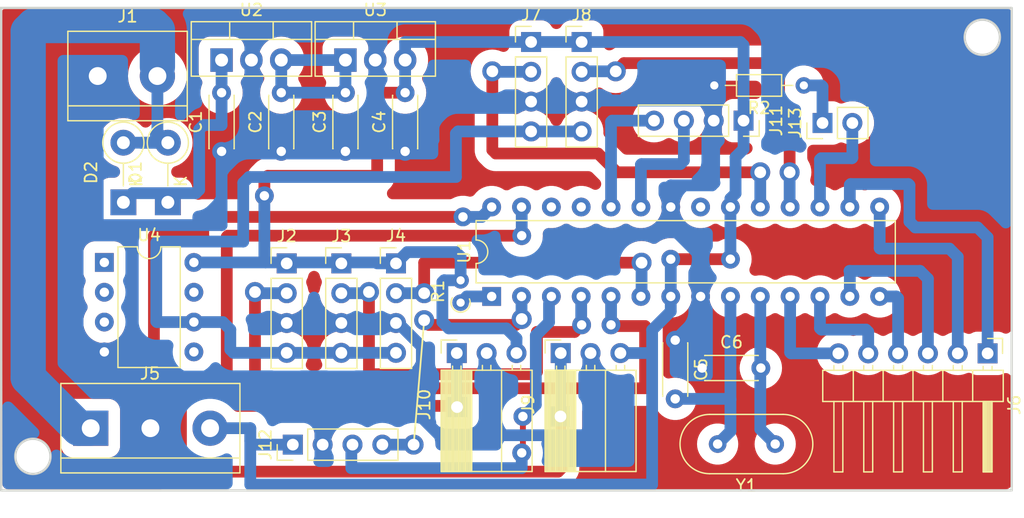
<source format=kicad_pcb>
(kicad_pcb (version 20221018) (generator pcbnew)
  (layers (0 "F.Cu" signal) (31 "B.Cu" signal) (34 "B.Paste" user) (35 "F.Paste" user) (36 "B.SilkS" user "B.Silkscreen") (37 "F.SilkS" user "F.Silkscreen") (38 "B.Mask" user) (39 "F.Mask" user) (44 "Edge.Cuts" user))
  (net 0 "")
  (net 4 "GND")
  (net 5 "Net-(D1-K)")
  (net 6 "Net-(U2-VO)")
  (net 7 "+5V")
  (net 8 "+12V")
  (net 9 "RESET")
  (net 10 "Net-(U1-XTAL1{slash}PB6)")
  (net 11 "Net-(U1-XTAL2{slash}PB7)")
  (net 16 "38KHZ")
  (net 18 "PD2")
  (net 19 "PD4")
  (net 20 "PD3")
  (net 21 "ENA")
  (net 22 "IN1")
  (net 23 "IN2")
  (net 24 "IN3")
  (net 25 "IN4")
  (net 26 "ENB")
  (net 27 "PB5")
  (net 28 "PB4")
  (net 29 "CNY70_DERECHA")
  (net 30 "CNY70_IZQUIERDA")
  (net 31 "TX")
  (net 32 "RX")
  (net 33 "PD0")
  (net 34 "PD1")
  (net 35 "Net-(J13-Pin_1)")
  (net 36 "PB3")
  (footprint "" (layer "F.Cu") (at 118.4 93.1)
    (fp_text reference "" (at 0 0) (layer "F.SilkS") (effects (font (size 1.27 1.27))))
    (fp_text value "" (at 0 0) (layer "F.SilkS") (effects (font (size 1.27 1.27))))
    (pad "4" thru_hole oval (at 0 0 90) (size 1.6 1.6) (drill 0.8) (layers "*.Cu" "*.Mask") (net 18 "PD2"))
  )
  (footprint "Connector_PinSocket_2.54mm:PinSocket_1x03_P2.54mm_Horizontal" (layer "F.Cu") (at 116.62 95.5 90)
    (fp_text reference "J9" (at -4.38 -2.77 90) (layer "F.SilkS"))
    (fp_text value "Conn_01x03_Female")
    (pad "1" thru_hole rect (at 0 0 90) (size 1.7 1.7) (drill 1) (layers "*.Cu" "*.Mask") (net 29 "CNY70_DERECHA"))
    (pad "2" thru_hole oval (at 0 2.54 90) (size 1.7 1.7) (drill 1) (layers "*.Cu" "*.Mask") (net 4 "GND"))
    (pad "3" thru_hole oval (at 0 5.08 90) (size 1.7 1.7) (drill 1) (layers "*.Cu" "*.Mask") (net 7 "+5V"))
  )
  (footprint "TerminalBlock:TerminalBlock_bornier-3_P5.08mm" (layer "F.Cu") (at 76.62 101.9)
    (fp_text reference "J5" (at 5.05 -4.65) (layer "F.SilkS"))
    (fp_text value "Screw_Terminal_01x03")
    (pad "1" thru_hole rect (at 0 0) (size 3 3) (drill 1.52) (layers "*.Cu" "*.Mask") (net 8 "+12V"))
    (pad "2" thru_hole circle (at 5.08 0) (size 3 3) (drill 1.52) (layers "*.Cu" "*.Mask") (net 4 "GND"))
    (pad "3" thru_hole circle (at 10.16 0) (size 3 3) (drill 1.52) (layers "*.Cu" "*.Mask") (net 7 "+5V"))
  )
  (footprint "" (layer "F.Cu") (at 120.9 93.1)
    (fp_text reference "" (at 0 0) (layer "F.SilkS") (effects (font (size 1.27 1.27))))
    (fp_text value "" (at 0 0) (layer "F.SilkS") (effects (font (size 1.27 1.27))))
    (pad "5" thru_hole oval (at 0 0 90) (size 1.6 1.6) (drill 0.8) (layers "*.Cu" "*.Mask") (net 20 "PD3"))
  )
  (footprint "" (layer "F.Cu") (at 123.5 87.8)
    (fp_text reference "" (at 0 0) (layer "F.SilkS") (effects (font (size 1.27 1.27))))
    (fp_text value "" (at 0 0) (layer "F.SilkS") (effects (font (size 1.27 1.27))))
    (pad "2" thru_hole oval (at 0 0) (size 1.7 1.7) (drill 1) (layers "*.Cu" "*.Mask") (net 19 "PD4"))
  )
  (footprint "" (layer "F.Cu") (at 105 92.7)
    (fp_text reference "" (at 0 0) (layer "F.SilkS") (effects (font (size 1.27 1.27))))
    (fp_text value "" (at 0 0) (layer "F.SilkS") (effects (font (size 1.27 1.27))))
    (pad "4" thru_hole oval (at 0 0 90) (size 1.7 1.7) (drill 1) (layers "*.Cu" "*.Mask") (net 33 "PD0"))
  )
  (footprint "Capacitor_THT:C_Disc_D4.3mm_W1.9mm_P5.00mm" (layer "F.Cu") (at 98.298 78.319 90)
    (fp_text reference "C3" (at 2.5 -2.2 90) (layer "F.SilkS"))
    (fp_text value "0.22uF")
    (pad "1" thru_hole circle (at 0 0 90) (size 1.6 1.6) (drill 0.8) (layers "*.Cu" "*.Mask") (net 4 "GND"))
    (pad "2" thru_hole circle (at 5 0 90) (size 1.6 1.6) (drill 0.8) (layers "*.Cu" "*.Mask") (net 6 "Net-(U2-VO)"))
  )
  (footprint "Connector_PinHeader_2.54mm:PinHeader_1x04_P2.54mm_Vertical" (layer "F.Cu") (at 118.4 69)
    (fp_text reference "J8" (at 0 -2.33) (layer "F.SilkS"))
    (fp_text value "Conn_01x04_Male")
    (pad "1" thru_hole rect (at 0 0) (size 1.7 1.7) (drill 1) (layers "*.Cu" "*.Mask") (net 7 "+5V"))
    (pad "2" thru_hole oval (at 0 2.54) (size 1.7 1.7) (drill 1) (layers "*.Cu" "*.Mask") (net 28 "PB4"))
    (pad "3" thru_hole oval (at 0 5.08) (size 1.7 1.7) (drill 1) (layers "*.Cu" "*.Mask") (net 4 "GND"))
    (pad "4" thru_hole oval (at 0 7.62) (size 1.7 1.7) (drill 1) (layers "*.Cu" "*.Mask") (net 16 "38KHZ"))
  )
  (footprint "" (layer "F.Cu") (at 113.4 100.9)
    (fp_text reference "" (at 0 0) (layer "F.SilkS") (effects (font (size 1.27 1.27))))
    (fp_text value "" (at 0 0) (layer "F.SilkS") (effects (font (size 1.27 1.27))))
    (pad "3" thru_hole oval (at 0 0 90) (size 1.6 1.6) (drill 0.8) (layers "*.Cu" "*.Mask") (net 34 "PD1"))
  )
  (footprint "" (layer "F.Cu") (at 90.6 90.3)
    (fp_text reference "" (at 0 0) (layer "F.SilkS") (effects (font (size 1.27 1.27))))
    (fp_text value "" (at 0 0) (layer "F.SilkS") (effects (font (size 1.27 1.27))))
    (pad "2" thru_hole oval (at 0 0) (size 1.7 1.7) (drill 1) (layers "*.Cu" "*.Mask") (net 20 "PD3"))
  )
  (footprint "" (layer "F.Cu") (at 108.3 83.9)
    (fp_text reference "" (at 0 0) (layer "F.SilkS") (effects (font (size 1.27 1.27))))
    (fp_text value "" (at 0 0) (layer "F.SilkS") (effects (font (size 1.27 1.27))))
    (pad "28" thru_hole oval (at 0 0 90) (size 1.6 1.6) (drill 0.8) (layers "*.Cu" "*.Mask") (net 29 "CNY70_DERECHA"))
  )
  (footprint "Connector_PinHeader_2.54mm:PinHeader_1x04_P2.54mm_Vertical" (layer "F.Cu") (at 93.3 87.86)
    (fp_text reference "J2" (at 0 -2.33) (layer "F.SilkS"))
    (fp_text value "Conn_01x04_Male")
    (pad "1" thru_hole rect (at 0 0) (size 1.7 1.7) (drill 1) (layers "*.Cu" "*.Mask") (net 7 "+5V"))
    (pad "2" thru_hole oval (at 0 2.54) (size 1.7 1.7) (drill 1) (layers "*.Cu" "*.Mask") (net 20 "PD3"))
    (pad "3" thru_hole oval (at 0 5.08) (size 1.7 1.7) (drill 1) (layers "*.Cu" "*.Mask") (net 4 "GND"))
    (pad "4" thru_hole oval (at 0 7.62) (size 1.7 1.7) (drill 1) (layers "*.Cu" "*.Mask") (net 16 "38KHZ"))
  )
  (footprint "Connector_PinHeader_2.54mm:PinHeader_1x04_P2.54mm_Vertical" (layer "F.Cu") (at 102.6 87.86)
    (fp_text reference "J4" (at 0 -2.36) (layer "F.SilkS"))
    (fp_text value "Conn_01x04_Male")
    (pad "1" thru_hole rect (at 0 0) (size 1.7 1.7) (drill 1) (layers "*.Cu" "*.Mask") (net 7 "+5V"))
    (pad "2" thru_hole oval (at 0 2.54) (size 1.7 1.7) (drill 1) (layers "*.Cu" "*.Mask") (net 19 "PD4"))
    (pad "3" thru_hole oval (at 0 5.08) (size 1.7 1.7) (drill 1) (layers "*.Cu" "*.Mask") (net 4 "GND"))
    (pad "4" thru_hole oval (at 0 7.62) (size 1.7 1.7) (drill 1) (layers "*.Cu" "*.Mask") (net 16 "38KHZ"))
  )
  (footprint "" (layer "F.Cu") (at 133.6 80.1)
    (fp_text reference "" (at 0 0) (layer "F.SilkS") (effects (font (size 1.27 1.27))))
    (fp_text value "" (at 0 0) (layer "F.SilkS") (effects (font (size 1.27 1.27))))
    (pad "2" thru_hole oval (at 0 0) (size 1.7 1.7) (drill 1) (layers "*.Cu" "*.Mask") (net 27 "PB5"))
  )
  (footprint "Resistor_THT:R_Axial_DIN0204_L3.6mm_D1.6mm_P1.90mm_Vertical" (layer "F.Cu") (at 108.1 91.205 90)
    (fp_text reference "R1" (at 0.95 -1.92 90) (layer "F.SilkS"))
    (fp_text value "10k")
    (pad "1" thru_hole circle (at 0 0 90) (size 1.4 1.4) (drill 0.7) (layers "*.Cu" "*.Mask") (net 9 "RESET"))
    (pad "2" thru_hole oval (at 1.9 0 90) (size 1.4 1.4) (drill 0.7) (layers "*.Cu" "*.Mask") (net 7 "+5V"))
  )
  (footprint "Capacitor_THT:C_Disc_D4.3mm_W1.9mm_P5.00mm" (layer "F.Cu") (at 87.757 78.319 90)
    (fp_text reference "C1" (at 2.5 -2.2 90) (layer "F.SilkS"))
    (fp_text value "0.22uF")
    (pad "1" thru_hole circle (at 0 0 90) (size 1.6 1.6) (drill 0.8) (layers "*.Cu" "*.Mask") (net 4 "GND"))
    (pad "2" thru_hole circle (at 5 0 90) (size 1.6 1.6) (drill 0.8) (layers "*.Cu" "*.Mask") (net 5 "Net-(D1-K)"))
  )
  (footprint "Capacitor_THT:C_Disc_D4.3mm_W1.9mm_P5.00mm" (layer "F.Cu") (at 92.837 78.319 90)
    (fp_text reference "C2" (at 2.5 -2.2 90) (layer "F.SilkS"))
    (fp_text value "0.1uF")
    (pad "1" thru_hole circle (at 0 0 90) (size 1.6 1.6) (drill 0.8) (layers "*.Cu" "*.Mask") (net 4 "GND"))
    (pad "2" thru_hole circle (at 5 0 90) (size 1.6 1.6) (drill 0.8) (layers "*.Cu" "*.Mask") (net 6 "Net-(U2-VO)"))
  )
  (footprint "Package_DIP:DIP-8_W7.62mm" (layer "F.Cu") (at 77.78 87.78)
    (fp_text reference "U4" (at 3.81 -2.33) (layer "F.SilkS"))
    (fp_text value "ATtiny85-20P")
    (pad "1" thru_hole rect (at 0 0) (size 1.6 1.6) (drill 0.8) (layers "*.Cu" "*.Mask"))
    (pad "2" thru_hole oval (at 0 2.54) (size 1.6 1.6) (drill 0.8) (layers "*.Cu" "*.Mask"))
    (pad "3" thru_hole oval (at 0 5.08) (size 1.6 1.6) (drill 0.8) (layers "*.Cu" "*.Mask"))
    (pad "4" thru_hole oval (at 0 7.62) (size 1.6 1.6) (drill 0.8) (layers "*.Cu" "*.Mask") (net 4 "GND"))
    (pad "5" thru_hole oval (at 7.62 7.62) (size 1.6 1.6) (drill 0.8) (layers "*.Cu" "*.Mask"))
    (pad "6" thru_hole oval (at 7.62 5.08) (size 1.6 1.6) (drill 0.8) (layers "*.Cu" "*.Mask") (net 16 "38KHZ"))
    (pad "7" thru_hole oval (at 7.62 2.54) (size 1.6 1.6) (drill 0.8) (layers "*.Cu" "*.Mask"))
    (pad "8" thru_hole oval (at 7.62 0) (size 1.6 1.6) (drill 0.8) (layers "*.Cu" "*.Mask") (net 7 "+5V"))
  )
  (footprint "" (layer "F.Cu") (at 107.8 100.1)
    (fp_text reference "" (at 0 0) (layer "F.SilkS") (effects (font (size 1.27 1.27))))
    (fp_text value "" (at 0 0) (layer "F.SilkS") (effects (font (size 1.27 1.27))))
    (pad "1" thru_hole rect (at 0 0 90) (size 1.7 1.7) (drill 1) (layers "*.Cu" "*.Mask") (net 30 "CNY70_IZQUIERDA"))
  )
  (footprint "" (layer "F.Cu") (at 104.1 103.3)
    (fp_text reference "" (at 0 0) (layer "F.SilkS") (effects (font (size 1.27 1.27))))
    (fp_text value "" (at 0 0) (layer "F.SilkS") (effects (font (size 1.27 1.27))))
    (pad "4" thru_hole oval (at 0 0 90) (size 1.7 1.7) (drill 1) (layers "*.Cu" "*.Mask") (net 33 "PD0"))
  )
  (footprint "" (layer "F.Cu") (at 113.3 104)
    (fp_text reference "" (at 0 0) (layer "F.SilkS") (effects (font (size 1.27 1.27))))
    (fp_text value "" (at 0 0) (layer "F.SilkS") (effects (font (size 1.27 1.27))))
    (pad "3" thru_hole oval (at 0 0 90) (size 1.6 1.6) (drill 0.8) (layers "*.Cu" "*.Mask") (net 34 "PD1"))
  )
  (footprint "Connector_PinHeader_2.54mm:PinHeader_1x04_P2.54mm_Vertical" (layer "F.Cu") (at 93.82 103.3 90)
    (fp_text reference "J12" (at 0 -2.33 90) (layer "F.SilkS"))
    (fp_text value "Conn_01x04_Pin")
    (pad "1" thru_hole rect (at 0 0 90) (size 1.7 1.7) (drill 1) (layers "*.Cu" "*.Mask") (net 7 "+5V"))
    (pad "2" thru_hole oval (at 0 2.54 90) (size 1.7 1.7) (drill 1) (layers "*.Cu" "*.Mask") (net 4 "GND"))
    (pad "3" thru_hole oval (at 0 5.08 90) (size 1.7 1.7) (drill 1) (layers "*.Cu" "*.Mask") (net 34 "PD1"))
    (pad "4" thru_hole oval (at 0 7.62 90) (size 1.7 1.7) (drill 1) (layers "*.Cu" "*.Mask") (net 33 "PD0"))
  )
  (footprint "Capacitor_THT:C_Disc_D4.3mm_W1.9mm_P5.00mm" (layer "F.Cu") (at 103.378 78.319 90)
    (fp_text reference "C4" (at 2.5 -2.2 90) (layer "F.SilkS"))
    (fp_text value "0.1uF")
    (pad "1" thru_hole circle (at 0 0 90) (size 1.6 1.6) (drill 0.8) (layers "*.Cu" "*.Mask") (net 4 "GND"))
    (pad "2" thru_hole circle (at 5 0 90) (size 1.6 1.6) (drill 0.8) (layers "*.Cu" "*.Mask") (net 7 "+5V"))
  )
  (footprint "Resistor_THT:R_Axial_DIN0204_L3.6mm_D1.6mm_P7.62mm_Horizontal" (layer "F.Cu") (at 137.31 72.7 180)
    (fp_text reference "R2" (at 3.81 -1.92) (layer "F.SilkS"))
    (fp_text value "220")
    (pad "1" thru_hole circle (at 0 0 180) (size 1.4 1.4) (drill 0.7) (layers "*.Cu" "*.Mask") (net 35 "Net-(J13-Pin_1)"))
    (pad "2" thru_hole oval (at 7.62 0 180) (size 1.4 1.4) (drill 0.7) (layers "*.Cu" "*.Mask") (net 4 "GND"))
  )
  (footprint "" (layer "F.Cu") (at 125.984 87.503)
    (fp_text reference "" (at 0 0) (layer "F.SilkS") (effects (font (size 1.27 1.27))))
    (fp_text value "" (at 0 0) (layer "F.SilkS") (effects (font (size 1.27 1.27))))
    (pad "7" thru_hole oval (at 0 0 90) (size 1.6 1.6) (drill 0.8) (layers "*.Cu" "*.Mask") (net 7 "+5V"))
  )
  (footprint "Capacitor_THT:C_Disc_D4.3mm_W1.9mm_P5.00mm" (layer "F.Cu") (at 126.365 94.401 -90)
    (fp_text reference "C5" (at 2.5 -2.2 90) (layer "F.SilkS"))
    (fp_text value "0.22uF")
    (pad "1" thru_hole circle (at 0 0 270) (size 1.6 1.6) (drill 0.8) (layers "*.Cu" "*.Mask") (net 4 "GND"))
    (pad "2" thru_hole circle (at 5 0 270) (size 1.6 1.6) (drill 0.8) (layers "*.Cu" "*.Mask") (net 10 "Net-(U1-XTAL1{slash}PB6)"))
  )
  (footprint "Package_TO_SOT_THT:TO-220-3_Vertical" (layer "F.Cu") (at 98.298 70.541)
    (fp_text reference "U3" (at 2.54 -4.27) (layer "F.SilkS"))
    (fp_text value "LM7805_TO220")
    (pad "1" thru_hole rect (at 0 0) (size 1.905 2) (drill 1.1) (layers "*.Cu" "*.Mask") (net 6 "Net-(U2-VO)"))
    (pad "2" thru_hole oval (at 2.54 0) (size 1.905 2) (drill 1.1) (layers "*.Cu" "*.Mask") (net 4 "GND"))
    (pad "3" thru_hole oval (at 5.08 0) (size 1.905 2) (drill 1.1) (layers "*.Cu" "*.Mask") (net 7 "+5V"))
  )
  (footprint "" (layer "F.Cu") (at 121.3 71.5)
    (fp_text reference "" (at 0 0) (layer "F.SilkS") (effects (font (size 1.27 1.27))))
    (fp_text value "" (at 0 0) (layer "F.SilkS") (effects (font (size 1.27 1.27))))
    (pad "2" thru_hole oval (at 0 0) (size 1.7 1.7) (drill 1) (layers "*.Cu" "*.Mask") (net 28 "PB4"))
  )
  (footprint "Connector_PinSocket_2.54mm:PinSocket_1x03_P2.54mm_Horizontal" (layer "F.Cu") (at 107.775 95.5 90)
    (fp_text reference "J10" (at -4.38 -2.77 90) (layer "F.SilkS"))
    (fp_text value "Conn_01x03_Female")
    (pad "1" thru_hole rect (at 0 0 90) (size 1.7 1.7) (drill 1) (layers "*.Cu" "*.Mask") (net 30 "CNY70_IZQUIERDA"))
    (pad "2" thru_hole oval (at 0 2.54 90) (size 1.7 1.7) (drill 1) (layers "*.Cu" "*.Mask") (net 4 "GND"))
    (pad "3" thru_hole oval (at 0 5.08 90) (size 1.7 1.7) (drill 1) (layers "*.Cu" "*.Mask") (net 7 "+5V"))
  )
  (footprint "" (layer "F.Cu") (at 110.8 71.5)
    (fp_text reference "" (at 0 0) (layer "F.SilkS") (effects (font (size 1.27 1.27))))
    (fp_text value "" (at 0 0) (layer "F.SilkS") (effects (font (size 1.27 1.27))))
    (pad "2" thru_hole oval (at 0 0) (size 1.7 1.7) (drill 1) (layers "*.Cu" "*.Mask") (net 27 "PB5"))
  )
  (footprint "Package_TO_SOT_THT:TO-220-3_Vertical" (layer "F.Cu") (at 87.757 70.541)
    (fp_text reference "U2" (at 2.54 -4.27) (layer "F.SilkS"))
    (fp_text value "LM7809_TO220")
    (pad "1" thru_hole rect (at 0 0) (size 1.905 2) (drill 1.1) (layers "*.Cu" "*.Mask") (net 5 "Net-(D1-K)"))
    (pad "2" thru_hole oval (at 2.54 0) (size 1.905 2) (drill 1.1) (layers "*.Cu" "*.Mask") (net 4 "GND"))
    (pad "3" thru_hole oval (at 5.08 0) (size 1.905 2) (drill 1.1) (layers "*.Cu" "*.Mask") (net 6 "Net-(U2-VO)"))
  )
  (footprint "TerminalBlock:TerminalBlock_bornier-2_P5.08mm" (layer "F.Cu") (at 77.216 71.9)
    (fp_text reference "J1" (at 2.54 -5.08) (layer "F.SilkS"))
    (fp_text value "Screw_Terminal_01x02")
    (pad "1" thru_hole rect (at 0 0) (size 3 3) (drill 1.52) (layers "*.Cu" "*.Mask") (net 4 "GND"))
    (pad "2" thru_hole circle (at 5.08 0) (size 3 3) (drill 1.52) (layers "*.Cu" "*.Mask") (net 8 "+12V"))
  )
  (footprint "Connector_PinHeader_2.54mm:PinHeader_1x06_P2.54mm_Horizontal" (layer "F.Cu") (at 152.95 95.525 -90)
    (fp_text reference "J6" (at 4.385 -2.27 90) (layer "F.SilkS"))
    (fp_text value "Conn_01x06_Pin")
    (pad "1" thru_hole rect (at 0 0 270) (size 1.7 1.7) (drill 1) (layers "*.Cu" "*.Mask") (net 26 "ENB"))
    (pad "2" thru_hole oval (at 0 2.54 270) (size 1.7 1.7) (drill 1) (layers "*.Cu" "*.Mask") (net 25 "IN4"))
    (pad "3" thru_hole oval (at 0 5.08 270) (size 1.7 1.7) (drill 1) (layers "*.Cu" "*.Mask") (net 24 "IN3"))
    (pad "4" thru_hole oval (at 0 7.62 270) (size 1.7 1.7) (drill 1) (layers "*.Cu" "*.Mask") (net 23 "IN2"))
    (pad "5" thru_hole oval (at 0 10.16 270) (size 1.7 1.7) (drill 1) (layers "*.Cu" "*.Mask") (net 22 "IN1"))
    (pad "6" thru_hole oval (at 0 12.7 270) (size 1.7 1.7) (drill 1) (layers "*.Cu" "*.Mask") (net 21 "ENA"))
  )
  (footprint "Crystal:Crystal_HC18-U_Vertical" (layer "F.Cu") (at 134.874 103.251 180)
    (fp_text reference "Y1" (at 2.45 -3.525) (layer "F.SilkS"))
    (fp_text value "Crystal")
    (pad "1" thru_hole circle (at 0 0 180) (size 1.5 1.5) (drill 0.8) (layers "*.Cu" "*.Mask") (net 11 "Net-(U1-XTAL2{slash}PB7)"))
    (pad "2" thru_hole circle (at 4.9 0 180) (size 1.5 1.5) (drill 0.8) (layers "*.Cu" "*.Mask") (net 10 "Net-(U1-XTAL1{slash}PB6)"))
  )
  (footprint "" (layer "F.Cu") (at 113.3 92.6)
    (fp_text reference "" (at 0 0) (layer "F.SilkS") (effects (font (size 1.27 1.27))))
    (fp_text value "" (at 0 0) (layer "F.SilkS") (effects (font (size 1.27 1.27))))
    (pad "4" thru_hole oval (at 0 0 90) (size 1.7 1.7) (drill 1) (layers "*.Cu" "*.Mask") (net 33 "PD0"))
  )
  (footprint "" (layer "F.Cu") (at 131.064 87.503)
    (fp_text reference "" (at 0 0) (layer "F.SilkS") (effects (font (size 1.27 1.27))))
    (fp_text value "" (at 0 0) (layer "F.SilkS") (effects (font (size 1.27 1.27))))
    (pad "7" thru_hole oval (at 0 0 90) (size 1.6 1.6) (drill 0.8) (layers "*.Cu" "*.Mask") (net 7 "+5V"))
  )
  (footprint "" (layer "F.Cu") (at 116.6 100.9)
    (fp_text reference "" (at 0 0) (layer "F.SilkS") (effects (font (size 1.27 1.27))))
    (fp_text value "" (at 0 0) (layer "F.SilkS") (effects (font (size 1.27 1.27))))
    (pad "1" thru_hole rect (at 0 0 90) (size 1.7 1.7) (drill 1) (layers "*.Cu" "*.Mask") (net 29 "CNY70_DERECHA"))
  )
  (footprint "Diode_THT:D_DO-41_SOD81_P5.08mm_Vertical_KathodeUp" (layer "F.Cu") (at 83.185 82.657818 90)
    (fp_text reference "D1" (at 2.54 -2.750635 90) (layer "F.SilkS"))
    (fp_text value "1N4007")
    (fp_text user "K" (at 1.8 1.1 90) (layer "F.SilkS"))
    (pad "1" thru_hole rect (at 0 0 90) (size 2.2 2.2) (drill 1.1) (layers "*.Cu" "*.Mask") (net 5 "Net-(D1-K)"))
    (pad "2" thru_hole oval (at 5.08 0 90) (size 2.2 2.2) (drill 1.1) (layers "*.Cu" "*.Mask") (net 8 "+12V"))
  )
  (footprint "Diode_THT:D_DO-41_SOD81_P5.08mm_Vertical_KathodeUp" (layer "F.Cu") (at 79.4 82.657818 90)
    (fp_text reference "D2" (at 2.54 -2.750635 90) (layer "F.SilkS"))
    (fp_text value "1N4007")
    (fp_text user "K" (at 1.8 1.1 90) (layer "F.SilkS"))
    (pad "1" thru_hole rect (at 0 0 90) (size 2.2 2.2) (drill 1.1) (layers "*.Cu" "*.Mask") (net 5 "Net-(D1-K)"))
    (pad "2" thru_hole oval (at 5.08 0 90) (size 2.2 2.2) (drill 1.1) (layers "*.Cu" "*.Mask") (net 8 "+12V"))
  )
  (footprint "Connector_PinHeader_2.54mm:PinHeader_1x04_P2.54mm_Vertical" (layer "F.Cu") (at 97.95 87.86)
    (fp_text reference "J3" (at 0 -2.33) (layer "F.SilkS"))
    (fp_text value "Conn_01x04_Male")
    (pad "1" thru_hole rect (at 0 0) (size 1.7 1.7) (drill 1) (layers "*.Cu" "*.Mask") (net 7 "+5V"))
    (pad "2" thru_hole oval (at 0 2.54) (size 1.7 1.7) (drill 1) (layers "*.Cu" "*.Mask") (net 18 "PD2"))
    (pad "3" thru_hole oval (at 0 5.08) (size 1.7 1.7) (drill 1) (layers "*.Cu" "*.Mask") (net 4 "GND"))
    (pad "4" thru_hole oval (at 0 7.62) (size 1.7 1.7) (drill 1) (layers "*.Cu" "*.Mask") (net 16 "38KHZ"))
  )
  (footprint "" (layer "F.Cu") (at 100.3 90.3)
    (fp_text reference "" (at 0 0) (layer "F.SilkS") (effects (font (size 1.27 1.27))))
    (fp_text value "" (at 0 0) (layer "F.SilkS") (effects (font (size 1.27 1.27))))
    (pad "2" thru_hole oval (at 0 0) (size 1.7 1.7) (drill 1) (layers "*.Cu" "*.Mask") (net 18 "PD2"))
  )
  (footprint "" (layer "F.Cu") (at 91.4 82.1)
    (fp_text reference "" (at 0 0) (layer "F.SilkS") (effects (font (size 1.27 1.27))))
    (fp_text value "" (at 0 0) (layer "F.SilkS") (effects (font (size 1.27 1.27))))
    (pad "7" thru_hole oval (at 0 0 90) (size 1.6 1.6) (drill 0.8) (layers "*.Cu" "*.Mask") (net 7 "+5V"))
  )
  (footprint "" (layer "F.Cu") (at 136.1 80.1)
    (fp_text reference "" (at 0 0) (layer "F.SilkS") (effects (font (size 1.27 1.27))))
    (fp_text value "" (at 0 0) (layer "F.SilkS") (effects (font (size 1.27 1.27))))
    (pad "2" thru_hole oval (at 0 0) (size 1.7 1.7) (drill 1) (layers "*.Cu" "*.Mask") (net 28 "PB4"))
  )
  (footprint "Connector_PinSocket_2.54mm:PinSocket_1x04_P2.54mm_Vertical" (layer "F.Cu") (at 132.18 75.7 -90)
    (fp_text reference "J11" (at 0 -2.77 -90) (layer "F.SilkS"))
    (fp_text value "Conn_01x04_Male")
    (pad "1" thru_hole rect (at 0 0 270) (size 1.7 1.7) (drill 1) (layers "*.Cu" "*.Mask") (net 7 "+5V"))
    (pad "2" thru_hole oval (at 0 2.54 270) (size 1.7 1.7) (drill 1) (layers "*.Cu" "*.Mask") (net 4 "GND"))
    (pad "3" thru_hole oval (at 0 5.08 270) (size 1.7 1.7) (drill 1) (layers "*.Cu" "*.Mask") (net 31 "TX"))
    (pad "4" thru_hole oval (at 0 7.62 270) (size 1.7 1.7) (drill 1) (layers "*.Cu" "*.Mask") (net 32 "RX"))
  )
  (footprint "Connector_PinHeader_2.54mm:PinHeader_1x02_P2.54mm_Vertical" (layer "F.Cu") (at 138.9 75.9 90)
    (fp_text reference "J13" (at 0 -2.33 90) (layer "F.SilkS"))
    (fp_text value "Conn_01x02_Pin")
    (pad "1" thru_hole rect (at 0 0 90) (size 1.7 1.7) (drill 1) (layers "*.Cu" "*.Mask") (net 35 "Net-(J13-Pin_1)"))
    (pad "2" thru_hole oval (at 0 2.54 90) (size 1.7 1.7) (drill 1) (layers "*.Cu" "*.Mask") (net 36 "PB3"))
  )
  (footprint "Connector_PinHeader_2.54mm:PinHeader_1x04_P2.54mm_Vertical" (layer "F.Cu") (at 114.1 69)
    (fp_text reference "J7" (at 0 -2.33) (layer "F.SilkS"))
    (fp_text value "Conn_01x04_Male")
    (pad "1" thru_hole rect (at 0 0) (size 1.7 1.7) (drill 1) (layers "*.Cu" "*.Mask") (net 7 "+5V"))
    (pad "2" thru_hole oval (at 0 2.54) (size 1.7 1.7) (drill 1) (layers "*.Cu" "*.Mask") (net 27 "PB5"))
    (pad "3" thru_hole oval (at 0 5.08) (size 1.7 1.7) (drill 1) (layers "*.Cu" "*.Mask") (net 4 "GND"))
    (pad "4" thru_hole oval (at 0 7.62) (size 1.7 1.7) (drill 1) (layers "*.Cu" "*.Mask") (net 16 "38KHZ"))
  )
  (footprint "Package_DIP:DIP-28_W7.62mm" (layer "F.Cu") (at 110.744 90.678 90)
    (fp_text reference "U1" (at 3.81 -2.33 90) (layer "F.SilkS"))
    (fp_text value "ATmega328-P")
    (pad "1" thru_hole rect (at 0 0 90) (size 1.6 1.6) (drill 0.8) (layers "*.Cu" "*.Mask") (net 9 "RESET"))
    (pad "2" thru_hole oval (at 0 2.54 90) (size 1.6 1.6) (drill 0.8) (layers "*.Cu" "*.Mask") (net 33 "PD0"))
    (pad "3" thru_hole oval (at 0 5.08 90) (size 1.6 1.6) (drill 0.8) (layers "*.Cu" "*.Mask") (net 34 "PD1"))
    (pad "4" thru_hole oval (at 0 7.62 90) (size 1.6 1.6) (drill 0.8) (layers "*.Cu" "*.Mask") (net 18 "PD2"))
    (pad "5" thru_hole oval (at 0 10.16 90) (size 1.6 1.6) (drill 0.8) (layers "*.Cu" "*.Mask") (net 20 "PD3"))
    (pad "6" thru_hole oval (at 0 12.7 90) (size 1.6 1.6) (drill 0.8) (layers "*.Cu" "*.Mask") (net 19 "PD4"))
    (pad "7" thru_hole oval (at 0 15.24 90) (size 1.6 1.6) (drill 0.8) (layers "*.Cu" "*.Mask") (net 7 "+5V"))
    (pad "8" thru_hole oval (at 0 17.78 90) (size 1.6 1.6) (drill 0.8) (layers "*.Cu" "*.Mask") (net 4 "GND"))
    (pad "9" thru_hole oval (at 0 20.32 90) (size 1.6 1.6) (drill 0.8) (layers "*.Cu" "*.Mask") (net 10 "Net-(U1-XTAL1{slash}PB6)"))
    (pad "10" thru_hole oval (at 0 22.86 90) (size 1.6 1.6) (drill 0.8) (layers "*.Cu" "*.Mask") (net 11 "Net-(U1-XTAL2{slash}PB7)"))
    (pad "11" thru_hole oval (at 0 25.4 90) (size 1.6 1.6) (drill 0.8) (layers "*.Cu" "*.Mask") (net 21 "ENA"))
    (pad "12" thru_hole oval (at 0 27.94 90) (size 1.6 1.6) (drill 0.8) (layers "*.Cu" "*.Mask") (net 22 "IN1"))
    (pad "13" thru_hole oval (at 0 30.48 90) (size 1.6 1.6) (drill 0.8) (layers "*.Cu" "*.Mask") (net 24 "IN3"))
    (pad "14" thru_hole oval (at 0 33.02 90) (size 1.6 1.6) (drill 0.8) (layers "*.Cu" "*.Mask") (net 23 "IN2"))
    (pad "15" thru_hole oval (at 7.62 33.02 90) (size 1.6 1.6) (drill 0.8) (layers "*.Cu" "*.Mask") (net 25 "IN4"))
    (pad "16" thru_hole oval (at 7.62 30.48 90) (size 1.6 1.6) (drill 0.8) (layers "*.Cu" "*.Mask") (net 26 "ENB"))
    (pad "17" thru_hole oval (at 7.62 27.94 90) (size 1.6 1.6) (drill 0.8) (layers "*.Cu" "*.Mask") (net 36 "PB3"))
    (pad "18" thru_hole oval (at 7.62 25.4 90) (size 1.6 1.6) (drill 0.8) (layers "*.Cu" "*.Mask") (net 28 "PB4"))
    (pad "19" thru_hole oval (at 7.62 22.86 90) (size 1.6 1.6) (drill 0.8) (layers "*.Cu" "*.Mask") (net 27 "PB5"))
    (pad "20" thru_hole oval (at 7.62 20.32 90) (size 1.6 1.6) (drill 0.8) (layers "*.Cu" "*.Mask") (net 7 "+5V"))
    (pad "21" thru_hole oval (at 7.62 17.78 90) (size 1.6 1.6) (drill 0.8) (layers "*.Cu" "*.Mask"))
    (pad "22" thru_hole oval (at 7.62 15.24 90) (size 1.6 1.6) (drill 0.8) (layers "*.Cu" "*.Mask") (net 4 "GND"))
    (pad "23" thru_hole oval (at 7.62 12.7 90) (size 1.6 1.6) (drill 0.8) (layers "*.Cu" "*.Mask") (net 31 "TX"))
    (pad "24" thru_hole oval (at 7.62 10.16 90) (size 1.6 1.6) (drill 0.8) (layers "*.Cu" "*.Mask") (net 32 "RX"))
    (pad "25" thru_hole oval (at 7.62 7.62 90) (size 1.6 1.6) (drill 0.8) (layers "*.Cu" "*.Mask"))
    (pad "26" thru_hole oval (at 7.62 5.08 90) (size 1.6 1.6) (drill 0.8) (layers "*.Cu" "*.Mask"))
    (pad "27" thru_hole oval (at 7.62 2.54 90) (size 1.6 1.6) (drill 0.8) (layers "*.Cu" "*.Mask") (net 30 "CNY70_IZQUIERDA"))
    (pad "28" thru_hole oval (at 7.62 0 90) (size 1.6 1.6) (drill 0.8) (layers "*.Cu" "*.Mask") (net 29 "CNY70_DERECHA"))
  )
  (footprint "" (layer "F.Cu") (at 105 90.4)
    (fp_text reference "" (at 0 0) (layer "F.SilkS") (effects (font (size 1.27 1.27))))
    (fp_text value "" (at 0 0) (layer "F.SilkS") (effects (font (size 1.27 1.27))))
    (pad "2" thru_hole oval (at 0 0) (size 1.7 1.7) (drill 1) (layers "*.Cu" "*.Mask") (net 19 "PD4"))
  )
  (footprint "" (layer "F.Cu") (at 113.3 85.5)
    (fp_text reference "" (at 0 0) (layer "F.SilkS") (effects (font (size 1.27 1.27))))
    (fp_text value "" (at 0 0) (layer "F.SilkS") (effects (font (size 1.27 1.27))))
    (pad "27" thru_hole oval (at 0 0 90) (size 1.6 1.6) (drill 0.8) (layers "*.Cu" "*.Mask") (net 30 "CNY70_IZQUIERDA"))
  )
  (footprint "Capacitor_THT:C_Disc_D4.3mm_W1.9mm_P5.00mm" (layer "F.Cu") (at 128.651 96.774)
    (fp_text reference "C6" (at 2.5 -2.2) (layer "F.SilkS"))
    (fp_text value "0.22uF")
    (pad "1" thru_hole circle (at 0 0) (size 1.6 1.6) (drill 0.8) (layers "*.Cu" "*.Mask") (net 4 "GND"))
    (pad "2" thru_hole circle (at 5 0) (size 1.6 1.6) (drill 0.8) (layers "*.Cu" "*.Mask") (net 11 "Net-(U1-XTAL2{slash}PB7)"))
  )
  (gr_line (start 105 92.7) (end 104.1 103.4) (stroke (width 0.15)) (layer "F.SilkS"))
  (gr_circle (center 152.5 68.6) (end 154 68.6) (stroke (width 0.2)) (fill none) (layer "Edge.Cuts"))
  (gr_rect (start 69 66.1) (end 155 107.2) (stroke (width 0.2)) (fill none) (layer "Edge.Cuts"))
  (gr_circle (center 71.7 104.3) (end 73.2 104.3) (stroke (width 0.2)) (fill none) (layer "Edge.Cuts"))
  (segment (start 105.791 73.984) (end 129.384 73.984) (width 1) (layer "B.Cu") (net 4))
  (segment (start 129.68 80.98) (end 129.68 77.4) (width 1) (layer "B.Cu") (net 4))
  (segment (start 90.297 70.541) (end 90.297 78.232) (width 1) (layer "B.Cu") (net 4))
  (segment (start 103.378 78.192) (end 103.251 78.319) (width 1) (layer "B.Cu") (net 4))
  (segment (start 105.791 77.343) (end 105.791 73.984) (width 1) (layer "B.Cu") (net 4))
  (segment (start 75.6 84.6) (end 76.69 84.6) (width 1) (layer "B.Cu") (net 4))
  (segment (start 104.775 78.359) (end 105.791 77.343) (width 1) (layer "B.Cu") (net 4))
  (segment (start 129.484 81.216) (end 129.7 81) (width 1) (layer "B.Cu") (net 4))
  (segment (start 129.7 81) (end 129.68 80.98) (width 1) (layer "B.Cu") (net 4))
  (segment (start 75.5 84.7) (end 75.6 84.6) (width 1) (layer "B.Cu") (net 4))
  (segment (start 96.3 97.5) (end 78 97.5) (width 1) (layer "B.Cu") (net 4))
  (segment (start 110.315 95.5) (end 110.315 102.615) (width 1) (layer "B.Cu") (net 4))
  (segment (start 90.297 78.232) (end 90.21 78.319) (width 1) (layer "B.Cu") (net 4))
  (segment (start 126.365 94.401) (end 128.484 94.401) (width 1) (layer "B.Cu") (net 4))
  (segment (start 76.69 84.6) (end 77.216 84.074) (width 1) (layer "B.Cu") (net 4))
  (segment (start 75.8 95.4) (end 75.5 95.1) (width 1) (layer "B.Cu") (net 4))
  (segment (start 92.837 78.319) (end 98.298 78.319) (width 1) (layer "B.Cu") (net 4))
  (segment (start 104.8 94.96) (end 104.8 97.2) (width 1) (layer "B.Cu") (net 4))
  (segment (start 104.5 97.5) (end 96.3 97.5) (width 1) (layer "B.Cu") (net 4))
  (segment (start 129.69 75.65) (end 129.64 75.7) (width 1) (layer "B.Cu") (net 4))
  (segment (start 128.651 94.568) (end 128.651 96.774) (width 1) (layer "B.Cu") (net 4))
  (segment (start 100.838 70.541) (end 100.838 78.319) (width 1) (layer "B.Cu") (net 4))
  (segment (start 78 97.5) (end 77.78 97.28) (width 1) (layer "B.Cu") (net 4))
  (segment (start 90.297 78.232) (end 90.384 78.319) (width 1) (layer "B.Cu") (net 4))
  (segment (start 106.4 102.6) (end 110.3 102.6) (width 1) (layer "B.Cu") (net 4))
  (segment (start 128.484 94.401) (end 128.651 94.568) (width 1) (layer "B.Cu") (net 4))
  (segment (start 125.984 83.058) (end 125.984 84.709) (width 1) (layer "B.Cu") (net 4))
  (segment (start 128.484 94.401) (end 128.524 94.361) (width 1) (layer "B.Cu") (net 4))
  (segment (start 104.8 97.2) (end 104.5 97.5) (width 1) (layer "B.Cu") (net 4))
  (segment (start 103.378 78.319) (end 103.418 78.359) (width 1) (layer "B.Cu") (net 4))
  (segment (start 125.984 83.058) (end 125.984 81.216) (width 1) (layer "B.Cu") (net 4))
  (segment (start 77.78 95.4) (end 75.8 95.4) (width 1) (layer "B.Cu") (net 4))
  (segment (start 102.6 92.94) (end 93.3 92.94) (width 1) (layer "B.Cu") (net 4))
  (segment (start 102.6 92.94) (end 102.78 92.94) (width 1) (layer "B.Cu") (net 4))
  (segment (start 87.757 84.6) (end 87.757 78.319) (width 1) (layer "B.Cu") (net 4))
  (segment (start 100.203 78.319) (end 98.298 78.319) (width 1) (layer "B.Cu") (net 4))
  (segment (start 129.69 72.7) (end 129.69 75.65) (width 1) (layer "B.Cu") (net 4))
  (segment (start 75.5 95.1) (end 75.5 84.7) (width 1) (layer "B.Cu") (net 4))
  (segment (start 119.16 95.5) (end 119.16 102.5) (width 1) (layer "B.Cu") (net 4))
  (segment (start 119.16 102.5) (end 110.6 102.5) (width 1) (layer "B.Cu") (net 4))
  (segment (start 104.8 101) (end 106.4 102.6) (width 1) (layer "B.Cu") (net 4))
  (segment (start 103.251 78.319) (end 100.203 78.319) (width 1) (layer "B.Cu") (net 4))
  (segment (start 90.384 78.319) (end 92.837 78.319) (width 1) (layer "B.Cu") (net 4))
  (segment (start 104.8 97.2) (end 104.8 101) (width 1) (layer "B.Cu") (net 4))
  (segment (start 100.838 78.319) (end 100.203 78.319) (width 1) (layer "B.Cu") (net 4))
  (segment (start 75.5 84.8) (end 75.7 84.6) (width 1) (layer "B.Cu") (net 4))
  (segment (start 96.36 97.56) (end 96.3 97.5) (width 1) (layer "B.Cu") (net 4))
  (segment (start 129.68 74.28) (end 129.68 77.4) (width 1) (layer "B.Cu") (net 4))
  (segment (start 96.36 103.3) (end 96.36 97.56) (width 1) (layer "B.Cu") (net 4))
  (segment (start 110.6 102.5) (end 110.5 102.6) (width 1) (layer "B.Cu") (net 4))
  (segment (start 77.78 97.28) (end 77.78 95.4) (width 1) (layer "B.Cu") (net 4))
  (segment (start 128.524 87.249) (end 128.524 90.678) (width 1) (layer "B.Cu") (net 4))
  (segment (start 103.418 78.359) (end 104.775 78.359) (width 1) (layer "B.Cu") (net 4))
  (segment (start 125.984 84.709) (end 128.524 87.249) (width 1) (layer "B.Cu") (net 4))
  (segment (start 75.7 84.6) (end 87.757 84.6) (width 1) (layer "B.Cu") (net 4))
  (segment (start 90.21 78.319) (end 87.757 78.319) (width 1) (layer "B.Cu") (net 4))
  (segment (start 129.384 73.984) (end 129.68 74.28) (width 1) (layer "B.Cu") (net 4))
  (segment (start 128.524 94.361) (end 128.524 90.678) (width 1) (layer "B.Cu") (net 4))
  (segment (start 102.78 92.94) (end 104.8 94.96) (width 1) (layer "B.Cu") (net 4))
  (segment (start 77.216 84.074) (end 77.216 71.12) (width 1) (layer "B.Cu") (net 4))
  (segment (start 125.984 81.216) (end 129.484 81.216) (width 1) (layer "B.Cu") (net 4))
  (segment (start 83.185 81.878818) (end 85.561818 81.878818) (width 1) (layer "B.Cu") (net 5))
  (segment (start 80.179 81.878818) (end 83.185 81.878818) (width 1) (layer "B.Cu") (net 5))
  (segment (start 79.4 82.657818) (end 80.179 81.878818) (width 1) (layer "B.Cu") (net 5))
  (segment (start 87.757 76.073) (end 87.757 73.319) (width 1) (layer "B.Cu") (net 5))
  (segment (start 85.561818 81.878818) (end 85.852 81.588636) (width 1) (layer "B.Cu") (net 5))
  (segment (start 85.852 76.454) (end 86.233 76.073) (width 1) (layer "B.Cu") (net 5))
  (segment (start 87.757 73.319) (end 87.757 70.541) (width 1) (layer "B.Cu") (net 5))
  (segment (start 85.852 81.588636) (end 85.852 76.454) (width 1) (layer "B.Cu") (net 5))
  (segment (start 86.233 76.073) (end 87.757 76.073) (width 1) (layer "B.Cu") (net 5))
  (segment (start 92.837 70.541) (end 98.298 70.541) (width 1) (layer "B.Cu") (net 6))
  (segment (start 92.837 73.319) (end 98.298 73.319) (width 1) (layer "B.Cu") (net 6))
  (segment (start 92.837 70.541) (end 92.837 73.319) (width 1) (layer "B.Cu") (net 6))
  (segment (start 98.298 73.319) (end 98.298 70.541) (width 1) (layer "B.Cu") (net 6))
  (segment (start 91.7 80.4) (end 91.4 80.7) (width 1) (layer "F.Cu") (net 7))
  (segment (start 101 80.4) (end 101 73.7) (width 1) (layer "F.Cu") (net 7))
  (segment (start 125.984 87.503) (end 131.064 87.503) (width 1) (layer "F.Cu") (net 7))
  (segment (start 101 73.7) (end 101.381 73.319) (width 1) (layer "F.Cu") (net 7))
  (segment (start 91.4 80.7) (end 91.4 82.1) (width 1) (layer "F.Cu") (net 7))
  (segment (start 101.381 73.319) (end 103.378 73.319) (width 1) (layer "F.Cu") (net 7))
  (segment (start 101 80.4) (end 91.7 80.4) (width 1) (layer "F.Cu") (net 7))
  (segment (start 107.1 93.4) (end 106.55 92.85) (width 1) (layer "B.Cu") (net 7))
  (segment (start 112 93.4) (end 107.1 93.4) (width 1) (layer "B.Cu") (net 7))
  (segment (start 91.4 87.68) (end 91.5 87.78) (width 1) (layer "B.Cu") (net 7))
  (segment (start 125.984 90.678) (end 125.984 91.948) (width 1) (layer "B.Cu") (net 7))
  (segment (start 125.984 90.678) (end 125.984 87.503) (width 1) (layer "B.Cu") (net 7))
  (segment (start 107.7 86.9) (end 103.56 86.9) (width 1) (layer "B.Cu") (net 7))
  (segment (start 131.064 83.058) (end 131.064 82.336) (width 1) (layer "B.Cu") (net 7))
  (segment (start 131.5 78.8) (end 132.18 78.12) (width 1) (layer "B.Cu") (net 7))
  (segment (start 103.56 86.9) (end 102.6 87.86) (width 1) (layer "B.Cu") (net 7))
  (segment (start 132.18 78.12) (end 132.18 75.7) (width 1) (layer "B.Cu") (net 7))
  (segment (start 91.5 87.78) (end 85.4 87.78) (width 1) (layer "B.Cu") (net 7))
  (segment (start 106.7 89.3) (end 106.705 89.305) (width 1) (layer "B.Cu") (net 7))
  (segment (start 90.5 103.3) (end 90.2 103) (width 1) (layer "B.Cu") (net 7))
  (segment (start 131.064 82.336) (end 131.5 81.9) (width 1) (layer "B.Cu") (net 7))
  (segment (start 124.3 95.5) (end 124.4 95.6) (width 1) (layer "B.Cu") (net 7))
  (segment (start 106.55 92.85) (end 106.55 89.45) (width 1) (layer "B.Cu") (net 7))
  (segment (start 90.2 103) (end 90.2 101.9) (width 1) (layer "B.Cu") (net 7))
  (segment (start 91.4 82.1) (end 91.4 87.68) (width 1) (layer "B.Cu") (net 7))
  (segment (start 106.705 89.305) (end 108.1 89.305) (width 1) (layer "B.Cu") (net 7))
  (segment (start 131.064 87.503) (end 131.064 83.058) (width 1) (layer "B.Cu") (net 7))
  (segment (start 132.18 69.28) (end 132.18 75.7) (width 1) (layer "B.Cu") (net 7))
  (segment (start 103.378 70.541) (end 103.378 69) (width 1) (layer "B.Cu") (net 7))
  (segment (start 124.4 95.6) (end 124.4 106.7) (width 1) (layer "B.Cu") (net 7))
  (segment (start 101 87.86) (end 102.6 87.86) (width 1) (layer "B.Cu") (net 7))
  (segment (start 125.984 91.948) (end 124.4 93.532) (width 1) (layer "B.Cu") (net 7))
  (segment (start 93.82 103.3) (end 90.5 103.3) (width 1) (layer "B.Cu") (net 7))
  (segment (start 112 93.4) (end 112.855 94.255) (width 1) (layer "B.Cu") (net 7))
  (segment (start 131.5 81.9) (end 131.5 78.8) (width 1) (layer "B.Cu") (net 7))
  (segment (start 121.7 95.5) (end 124.3 95.5) (width 1) (layer "B.Cu") (net 7))
  (segment (start 112.855 94.255) (end 112.855 95.5) (width 1) (layer "B.Cu") (net 7))
  (segment (start 102.52 87.78) (end 91.5 87.78) (width 1) (layer "B.Cu") (net 7))
  (segment (start 108.1 87.3) (end 107.7 86.9) (width 1) (layer "B.Cu") (net 7))
  (segment (start 124.4 93.532) (end 124.4 95.6) (width 1) (layer "B.Cu") (net 7))
  (segment (start 102.6 87.86) (end 102.52 87.78) (width 1) (layer "B.Cu") (net 7))
  (segment (start 90.2 106.7) (end 90.2 101.9) (width 1) (layer "B.Cu") (net 7))
  (segment (start 103.378 69) (end 131.9 69) (width 1) (layer "B.Cu") (net 7))
  (segment (start 108.1 89.305) (end 108.1 87.3) (width 1) (layer "B.Cu") (net 7))
  (segment (start 124.4 106.7) (end 90.2 106.7) (width 1) (layer "B.Cu") (net 7))
  (segment (start 103.378 70.541) (end 103.378 73.192) (width 1) (layer "B.Cu") (net 7))
  (segment (start 131.9 69) (end 132.18 69.28) (width 1) (layer "B.Cu") (net 7))
  (segment (start 90.2 101.9) (end 86.78 101.9) (width 1) (layer "B.Cu") (net 7))
  (segment (start 106.55 89.45) (end 106.7 89.3) (width 1) (layer "B.Cu") (net 7))
  (segment (start 82.169 77.577818) (end 82.169 76.798818) (width 1) (layer "B.Cu") (net 8))
  (segment (start 81.9 67.6) (end 82.296 67.996) (width 3) (layer "B.Cu") (net 8))
  (segment (start 76.62 101.9) (end 75.6 101.9) (width 3) (layer "B.Cu") (net 8))
  (segment (start 82.296 76.671818) (end 82.169 76.798818) (width 1) (layer "B.Cu") (net 8))
  (segment (start 82.296 67.996) (end 82.296 71.12) (width 3) (layer "B.Cu") (net 8))
  (segment (start 83.185 77.577818) (end 80.9 77.577818) (width 1) (layer "B.Cu") (net 8))
  (segment (start 82.406 76.798818) (end 83.185 77.577818) (width 1) (layer "B.Cu") (net 8))
  (segment (start 82.296 71.12) (end 82.296 76.671818) (width 1) (layer "B.Cu") (net 8))
  (segment (start 79.4 77.577818) (end 80.9 77.577818) (width 1) (layer "B.Cu") (net 8))
  (segment (start 71.8 67.6) (end 81.9 67.6) (width 3) (layer "B.Cu") (net 8))
  (segment (start 82.169 76.798818) (end 82.406 76.798818) (width 1) (layer "B.Cu") (net 8))
  (segment (start 80.9 77.577818) (end 82.169 77.577818) (width 1) (layer "B.Cu") (net 8))
  (segment (start 75.6 101.9) (end 71.3 97.6) (width 3) (layer "B.Cu") (net 8))
  (segment (start 71.3 97.6) (end 71.3 68.1) (width 3) (layer "B.Cu") (net 8))
  (segment (start 71.3 68.1) (end 71.8 67.6) (width 3) (layer "B.Cu") (net 8))
  (segment (start 108.1 91.205) (end 108.627 90.678) (width 1) (layer "B.Cu") (net 9))
  (segment (start 108.627 90.678) (end 110.744 90.678) (width 1) (layer "B.Cu") (net 9))
  (segment (start 110.8 90.734) (end 110.744 90.678) (width 1) (layer "B.Cu") (net 9))
  (segment (start 131.064 102.161) (end 129.974 103.251) (width 1) (layer "B.Cu") (net 10))
  (segment (start 131.064 99.441) (end 131.064 102.161) (width 1) (layer "B.Cu") (net 10))
  (segment (start 131.064 90.678) (end 131.064 99.441) (width 1) (layer "B.Cu") (net 10))
  (segment (start 126.365 99.401) (end 131.024 99.401) (width 1) (layer "B.Cu") (net 10))
  (segment (start 131.024 99.401) (end 131.064 99.441) (width 1) (layer "B.Cu") (net 10))
  (segment (start 133.604 101.981) (end 134.874 103.251) (width 1) (layer "B.Cu") (net 11))
  (segment (start 133.604 90.678) (end 133.604 101.981) (width 1) (layer "B.Cu") (net 11))
  (segment (start 90.1 80.5) (end 107.7 80.5) (width 1) (layer "B.Cu") (net 16))
  (segment (start 107.7 80.5) (end 107.7 76.8) (width 1) (layer "B.Cu") (net 16))
  (segment (start 82.3 86) (end 89.6 86) (width 1) (layer "B.Cu") (net 16))
  (segment (start 107.7 76.8) (end 107.88 76.62) (width 1) (layer "B.Cu") (net 16))
  (segment (start 88.78 95.48) (end 88.5 95.2) (width 1) (layer "B.Cu") (net 16))
  (segment (start 82.26 92.86) (end 82.2 92.8) (width 1) (layer "B.Cu") (net 16))
  (segment (start 102.6 95.48) (end 97.95 95.48) (width 1) (layer "B.Cu") (net 16))
  (segment (start 82.2 86.1) (end 82.3 86) (width 1) (layer "B.Cu") (net 16))
  (segment (start 107.88 76.62) (end 114.1 76.62) (width 1) (layer "B.Cu") (net 16))
  (segment (start 88.5 93.5) (end 87.86 92.86) (width 1) (layer "B.Cu") (net 16))
  (segment (start 85.4 92.86) (end 82.26 92.86) (width 1) (layer "B.Cu") (net 16))
  (segment (start 98.9 95.48) (end 88.78 95.48) (width 1) (layer "B.Cu") (net 16))
  (segment (start 82.2 92.8) (end 82.2 86.1) (width 1) (layer "B.Cu") (net 16))
  (segment (start 87.86 92.86) (end 85.4 92.86) (width 1) (layer "B.Cu") (net 16))
  (segment (start 89.6 81) (end 90.1 80.5) (width 1) (layer "B.Cu") (net 16))
  (segment (start 118.4 76.62) (end 114.1 76.62) (width 1) (layer "B.Cu") (net 16))
  (segment (start 88.5 95.2) (end 88.5 93.5) (width 1) (layer "B.Cu") (net 16))
  (segment (start 89.6 86) (end 89.6 81) (width 1) (layer "B.Cu") (net 16))
  (segment (start 100.3 90.3) (end 100.3 97.3) (width 1) (layer "F.Cu") (net 18))
  (segment (start 114.6 97.1) (end 114.6 93.7) (width 1) (layer "F.Cu") (net 18))
  (segment (start 114.6 93.7) (end 117.8 93.7) (width 1) (layer "F.Cu") (net 18))
  (segment (start 100.3 97.3) (end 114.4 97.3) (width 1) (layer "F.Cu") (net 18))
  (segment (start 117.8 93.7) (end 118.4 93.1) (width 1) (layer "F.Cu") (net 18))
  (segment (start 114.4 97.3) (end 114.6 97.1) (width 1) (layer "F.Cu") (net 18))
  (segment (start 118.364 93.064) (end 118.4 93.1) (width 1) (layer "B.Cu") (net 18))
  (segment (start 100.2 90.4) (end 97.95 90.4) (width 1) (layer "B.Cu") (net 18))
  (segment (start 118.364 90.678) (end 118.364 93.064) (width 1) (layer "B.Cu") (net 18))
  (segment (start 105 90.4) (end 105 87.8) (width 1) (layer "F.Cu") (net 19))
  (segment (start 105 87.8) (end 123.5 87.8) (width 1) (layer "F.Cu") (net 19))
  (segment (start 102.6 90.4) (end 105 90.4) (width 1) (layer "B.Cu") (net 19))
  (segment (start 123.5 90.622) (end 123.444 90.678) (width 1) (layer "B.Cu") (net 19))
  (segment (start 123.5 87.8) (end 123.5 90.622) (width 1) (layer "B.Cu") (net 19))
  (segment (start 123.8 93.2) (end 120.9 93.2) (width 1) (layer "F.Cu") (net 20))
  (segment (start 90.6 98.5) (end 123.8 98.5) (width 1) (layer "F.Cu") (net 20))
  (segment (start 90.6 90.3) (end 90.6 98.5) (width 1) (layer "F.Cu") (net 20))
  (segment (start 123.8 98.5) (end 123.8 93.2) (width 1) (layer "F.Cu") (net 20))
  (segment (start 93.3 90.4) (end 90.6 90.4) (width 1) (layer "B.Cu") (net 20))
  (segment (start 120.904 90.678) (end 120.904 93.096) (width 1) (layer "B.Cu") (net 20))
  (segment (start 120.904 93.096) (end 120.9 93.1) (width 1) (layer "B.Cu") (net 20))
  (segment (start 140.25 95.525) (end 136.225 95.525) (width 1) (layer "B.Cu") (net 21))
  (segment (start 136.144 95.444) (end 136.144 90.678) (width 1) (layer "B.Cu") (net 21))
  (segment (start 136.225 95.525) (end 136.144 95.444) (width 1) (layer "B.Cu") (net 21))
  (segment (start 142.79 93.69) (end 142.79 95.525) (width 1) (layer "B.Cu") (net 22))
  (segment (start 142.6 93.5) (end 142.79 93.69) (width 1) (layer "B.Cu") (net 22))
  (segment (start 138.684 90.678) (end 138.684 93.384) (width 1) (layer "B.Cu") (net 22))
  (segment (start 138.684 93.384) (end 138.8 93.5) (width 1) (layer "B.Cu") (net 22))
  (segment (start 138.8 93.5) (end 142.6 93.5) (width 1) (layer "B.Cu") (net 22))
  (segment (start 145.178 90.678) (end 145.33 90.83) (width 1) (layer "B.Cu") (net 23))
  (segment (start 143.764 90.678) (end 145.178 90.678) (width 1) (layer "B.Cu") (net 23))
  (segment (start 145.33 90.83) (end 145.33 95.525) (width 1) (layer "B.Cu") (net 23))
  (segment (start 141.224 88.524) (end 141.2 88.5) (width 1) (layer "B.Cu") (net 24))
  (segment (start 141.224 90.678) (end 141.224 88.524) (width 1) (layer "B.Cu") (net 24))
  (segment (start 147.2 88.5) (end 147.87 89.17) (width 1) (layer "B.Cu") (net 24))
  (segment (start 141.2 88.5) (end 147.2 88.5) (width 1) (layer "B.Cu") (net 24))
  (segment (start 147.87 89.17) (end 147.87 95.525) (width 1) (layer "B.Cu") (net 24))
  (segment (start 150.41 87.31) (end 150.41 95.525) (width 1) (layer "B.Cu") (net 25))
  (segment (start 143.764 83.058) (end 143.764 86.564) (width 1) (layer "B.Cu") (net 25))
  (segment (start 143.764 86.564) (end 143.8 86.6) (width 1) (layer "B.Cu") (net 25))
  (segment (start 149.7 86.6) (end 150.41 87.31) (width 1) (layer "B.Cu") (net 25))
  (segment (start 143.8 86.6) (end 149.7 86.6) (width 1) (layer "B.Cu") (net 25))
  (segment (start 146.3 84.3) (end 146.8 84.8) (width 1) (layer "B.Cu") (net 26))
  (segment (start 146.2 81.1) (end 146.3 81.2) (width 1) (layer "B.Cu") (net 26))
  (segment (start 141.3 81.1) (end 146.2 81.1) (width 1) (layer "B.Cu") (net 26))
  (segment (start 152.1 84.8) (end 152.95 85.65) (width 1) (layer "B.Cu") (net 26))
  (segment (start 152.95 85.65) (end 152.95 95.525) (width 1) (layer "B.Cu") (net 26))
  (segment (start 146.3 81.2) (end 146.3 84.3) (width 1) (layer "B.Cu") (net 26))
  (segment (start 141.224 83.058) (end 141.224 81.176) (width 1) (layer "B.Cu") (net 26))
  (segment (start 146.8 84.8) (end 152.1 84.8) (width 1) (layer "B.Cu") (net 26))
  (segment (start 141.224 81.176) (end 141.3 81.1) (width 1) (layer "B.Cu") (net 26))
  (segment (start 133.6 80.1) (end 121.4 80.1) (width 1) (layer "F.Cu") (net 27))
  (segment (start 121.4 80.1) (end 119.8 78.5) (width 1) (layer "F.Cu") (net 27))
  (segment (start 119.8 78.5) (end 111.1 78.5) (width 1) (layer "F.Cu") (net 27))
  (segment (start 110.8 78.2) (end 110.8 71.5) (width 1) (layer "F.Cu") (net 27))
  (segment (start 111.1 78.5) (end 110.8 78.2) (width 1) (layer "F.Cu") (net 27))
  (segment (start 114.1 71.54) (end 110.96 71.54) (width 1) (layer "B.Cu") (net 27))
  (segment (start 110.96 71.54) (end 110.9 71.6) (width 1) (layer "B.Cu") (net 27))
  (segment (start 133.604 83.058) (end 133.604 80.104) (width 1) (layer "B.Cu") (net 27))
  (segment (start 133.604 80.104) (end 133.6 80.1) (width 1) (layer "B.Cu") (net 27))
  (segment (start 136.1 76.6) (end 136.1 80.1) (width 1) (layer "F.Cu") (net 28))
  (segment (start 135.2 75.7) (end 136.1 76.6) (width 1) (layer "F.Cu") (net 28))
  (segment (start 121.3 71.5) (end 122 70.8) (width 1) (layer "F.Cu") (net 28))
  (segment (start 135.2 71.1) (end 135.2 75.7) (width 1) (layer "F.Cu") (net 28))
  (segment (start 136.1 80.1) (end 136 80.2) (width 1) (layer "F.Cu") (net 28))
  (segment (start 134.9 70.8) (end 135.2 71.1) (width 1) (layer "F.Cu") (net 28))
  (segment (start 122 70.8) (end 134.9 70.8) (width 1) (layer "F.Cu") (net 28))
  (segment (start 136.1 83.014) (end 136.144 83.058) (width 1) (layer "B.Cu") (net 28))
  (segment (start 121.5 71.5) (end 118.44 71.5) (width 1) (layer "B.Cu") (net 28))
  (segment (start 136.1 80.1) (end 136.1 83.014) (width 1) (layer "B.Cu") (net 28))
  (segment (start 118.44 71.5) (end 118.4 71.54) (width 1) (layer "B.Cu") (net 28))
  (segment (start 116.4 105.6) (end 84.3 105.6) (width 1) (layer "F.Cu") (net 29))
  (segment (start 116.6 105.2) (end 116.6 100.9) (width 1) (layer "F.Cu") (net 29))
  (segment (start 116.7 105.3) (end 116.4 105.6) (width 1) (layer "F.Cu") (net 29))
  (segment (start 86.2 85.5) (end 86.2 83.9) (width 1) (layer "F.Cu") (net 29))
  (segment (start 84.3 98.6) (end 82 96.3) (width 1) (layer "F.Cu") (net 29))
  (segment (start 82 85.5) (end 86.2 85.5) (width 1) (layer "F.Cu") (net 29))
  (segment (start 86.2 83.9) (end 108.3 83.9) (width 1) (layer "F.Cu") (net 29))
  (segment (start 82 96.3) (end 82 85.5) (width 1) (layer "F.Cu") (net 29))
  (segment (start 84.3 105.6) (end 84.3 98.6) (width 1) (layer "F.Cu") (net 29))
  (segment (start 116.2 105.6) (end 116.6 105.2) (width 1) (layer "F.Cu") (net 29))
  (segment (start 108.3 83.9) (end 109.902 83.9) (width 1) (layer "B.Cu") (net 29))
  (segment (start 116.62 100.68) (end 116.6 100.7) (width 1) (layer "B.Cu") (net 29))
  (segment (start 116.62 95.5) (end 116.62 100.68) (width 1) (layer "B.Cu") (net 29))
  (segment (start 109.902 83.9) (end 110.744 83.058) (width 1) (layer "B.Cu") (net 29))
  (segment (start 89.15 100) (end 88.2 99.05) (width 1) (layer "F.Cu") (net 30))
  (segment (start 107.7 100) (end 89.15 100) (width 1) (layer "F.Cu") (net 30))
  (segment (start 88.2 99.05) (end 88.2 85.6) (width 1) (layer "F.Cu") (net 30))
  (segment (start 107.8 100.1) (end 107.7 100) (width 1) (layer "F.Cu") (net 30))
  (segment (start 88.2 85.6) (end 88.3 85.5) (width 1) (layer "F.Cu") (net 30))
  (segment (start 88.3 85.5) (end 113.2 85.5) (width 1) (layer "F.Cu") (net 30))
  (segment (start 113.3 83.074) (end 113.284 83.058) (width 1) (layer "B.Cu") (net 30))
  (segment (start 113.3 85.5) (end 113.3 83.074) (width 1) (layer "B.Cu") (net 30))
  (segment (start 107.775 100.075) (end 107.8 100.1) (width 1) (layer "B.Cu") (net 30))
  (segment (start 107.775 95.5) (end 107.775 100.075) (width 1) (layer "B.Cu") (net 30))
  (segment (start 126.8 79.4) (end 127.1 79.1) (width 1) (layer "B.Cu") (net 31))
  (segment (start 127.1 79.1) (end 127.1 75.7) (width 1) (layer "B.Cu") (net 31))
  (segment (start 123.5 79.4) (end 126.8 79.4) (width 1) (layer "B.Cu") (net 31))
  (segment (start 123.444 83.058) (end 123.444 79.456) (width 1) (layer "B.Cu") (net 31))
  (segment (start 123.444 79.456) (end 123.5 79.4) (width 1) (layer "B.Cu") (net 31))
  (segment (start 120.9 75.8) (end 121 75.7) (width 1) (layer "B.Cu") (net 32))
  (segment (start 120.9 79.6) (end 120.9 75.8) (width 1) (layer "B.Cu") (net 32))
  (segment (start 121 75.7) (end 124.56 75.7) (width 1) (layer "B.Cu") (net 32))
  (segment (start 120.904 79.604) (end 120.9 79.6) (width 1) (layer "B.Cu") (net 32))
  (segment (start 120.904 83.058) (end 120.904 79.604) (width 1) (layer "B.Cu") (net 32))
  (segment (start 112.8 93.1) (end 113.284 92.616) (width 1) (layer "F.Cu") (net 33))
  (segment (start 105.4 93.1) (end 112.8 93.1) (width 1) (layer "F.Cu") (net 33))
  (segment (start 105 92.7) (end 105.4 93.1) (width 1) (layer "F.Cu") (net 33))
  (segment (start 113.284 90.678) (end 113.284 92.584) (width 1) (layer "B.Cu") (net 33))
  (segment (start 113.284 92.584) (end 113.3 92.6) (width 1) (layer "B.Cu") (net 33))
  (segment (start 101.44 103.3) (end 104.1 103.3) (width 1) (layer "B.Cu") (net 33))
  (segment (start 113.4 100.9) (end 113.4 103.9) (width 0.5) (layer "F.Cu") (net 34))
  (segment (start 113.4 103.9) (end 113.3 104) (width 0.5) (layer "F.Cu") (net 34))
  (segment (start 113.3 104) (end 113.3 105.3) (width 1) (layer "B.Cu") (net 34))
  (segment (start 98.8 103.4) (end 98.9 103.3) (width 0.5) (layer "B.Cu") (net 34))
  (segment (start 113.3 100.7) (end 113.3 101) (width 0.5) (layer "B.Cu") (net 34))
  (segment (start 113.7 100.3) (end 113.3 100.7) (width 0.5) (layer "B.Cu") (net 34))
  (segment (start 113.3 105.3) (end 98.8 105.3) (width 1) (layer "B.Cu") (net 34))
  (segment (start 114.5 94) (end 114.5 99.9) (width 1) (layer "B.Cu") (net 34))
  (segment (start 115.624 92.876) (end 114.5 94) (width 1) (layer "B.Cu") (net 34))
  (segment (start 98.8 105.3) (end 98.8 103.4) (width 1) (layer "B.Cu") (net 34))
  (segment (start 114.5 99.9) (end 113.5 100.9) (width 1) (layer "B.Cu") (net 34))
  (segment (start 115.624 91.278) (end 115.624 92.876) (width 1) (layer "B.Cu") (net 34))
  (segment (start 138.9 72.8) (end 138.8 72.7) (width 1) (layer "B.Cu") (net 35))
  (segment (start 138.8 72.7) (end 137.31 72.7) (width 1) (layer "B.Cu") (net 35))
  (segment (start 138.9 75.9) (end 138.9 72.8) (width 1) (layer "B.Cu") (net 35))
  (segment (start 138.684 79.016) (end 138.684 83.058) (width 1) (layer "B.Cu") (net 36))
  (segment (start 141.4 78.9) (end 138.8 78.9) (width 1) (layer "B.Cu") (net 36))
  (segment (start 138.8 78.9) (end 138.684 79.016) (width 1) (layer "B.Cu") (net 36))
  (segment (start 141.44 75.9) (end 141.44 78.86) (width 1) (layer "B.Cu") (net 36))
  (segment (start 141.44 78.86) (end 141.4 78.9) (width 1) (layer "B.Cu") (net 36))
  (zone (net 4) (net_name "GND") (layers "F&B.Cu") (connect_pads yes (clearance 1)) (min_thickness 1) (fill yes (thermal_gap 1) (thermal_bridge_width 1))
    (polygon (pts (xy 69 66.1) (xy 69.1 107.1) (xy 155.1 107.1) (xy 155 66.1)))
  )
)
</source>
